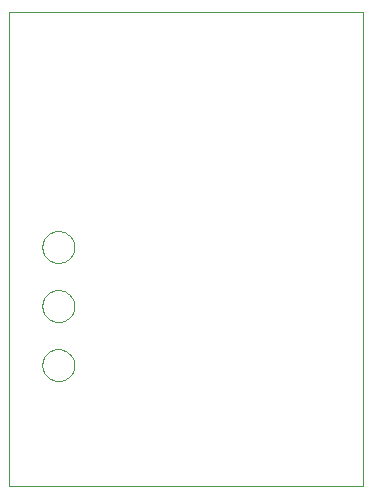
<source format=gbr>
G75*
G70*
%OFA0B0*%
%FSLAX24Y24*%
%IPPOS*%
%LPD*%
%AMOC8*
5,1,8,0,0,1.08239X$1,22.5*
%
%ADD10C,0.0000*%
D10*
X000510Y000510D02*
X000510Y016310D01*
X012310Y016310D01*
X012310Y000510D01*
X000510Y000510D01*
X001629Y004544D02*
X001631Y004590D01*
X001637Y004635D01*
X001647Y004680D01*
X001660Y004723D01*
X001677Y004766D01*
X001698Y004806D01*
X001722Y004845D01*
X001750Y004881D01*
X001781Y004915D01*
X001814Y004947D01*
X001850Y004975D01*
X001888Y005000D01*
X001928Y005022D01*
X001970Y005040D01*
X002013Y005054D01*
X002058Y005065D01*
X002103Y005072D01*
X002149Y005075D01*
X002194Y005074D01*
X002240Y005069D01*
X002285Y005060D01*
X002328Y005048D01*
X002371Y005031D01*
X002412Y005011D01*
X002451Y004988D01*
X002489Y004961D01*
X002523Y004931D01*
X002555Y004899D01*
X002584Y004863D01*
X002610Y004826D01*
X002633Y004786D01*
X002652Y004745D01*
X002667Y004702D01*
X002679Y004657D01*
X002687Y004612D01*
X002691Y004567D01*
X002691Y004521D01*
X002687Y004476D01*
X002679Y004431D01*
X002667Y004386D01*
X002652Y004343D01*
X002633Y004302D01*
X002610Y004262D01*
X002584Y004225D01*
X002555Y004189D01*
X002523Y004157D01*
X002489Y004127D01*
X002451Y004100D01*
X002412Y004077D01*
X002371Y004057D01*
X002328Y004040D01*
X002285Y004028D01*
X002240Y004019D01*
X002194Y004014D01*
X002149Y004013D01*
X002103Y004016D01*
X002058Y004023D01*
X002013Y004034D01*
X001970Y004048D01*
X001928Y004066D01*
X001888Y004088D01*
X001850Y004113D01*
X001814Y004141D01*
X001781Y004173D01*
X001750Y004207D01*
X001722Y004243D01*
X001698Y004282D01*
X001677Y004322D01*
X001660Y004365D01*
X001647Y004408D01*
X001637Y004453D01*
X001631Y004498D01*
X001629Y004544D01*
X001629Y006512D02*
X001631Y006558D01*
X001637Y006603D01*
X001647Y006648D01*
X001660Y006691D01*
X001677Y006734D01*
X001698Y006774D01*
X001722Y006813D01*
X001750Y006849D01*
X001781Y006883D01*
X001814Y006915D01*
X001850Y006943D01*
X001888Y006968D01*
X001928Y006990D01*
X001970Y007008D01*
X002013Y007022D01*
X002058Y007033D01*
X002103Y007040D01*
X002149Y007043D01*
X002194Y007042D01*
X002240Y007037D01*
X002285Y007028D01*
X002328Y007016D01*
X002371Y006999D01*
X002412Y006979D01*
X002451Y006956D01*
X002489Y006929D01*
X002523Y006899D01*
X002555Y006867D01*
X002584Y006831D01*
X002610Y006794D01*
X002633Y006754D01*
X002652Y006713D01*
X002667Y006670D01*
X002679Y006625D01*
X002687Y006580D01*
X002691Y006535D01*
X002691Y006489D01*
X002687Y006444D01*
X002679Y006399D01*
X002667Y006354D01*
X002652Y006311D01*
X002633Y006270D01*
X002610Y006230D01*
X002584Y006193D01*
X002555Y006157D01*
X002523Y006125D01*
X002489Y006095D01*
X002451Y006068D01*
X002412Y006045D01*
X002371Y006025D01*
X002328Y006008D01*
X002285Y005996D01*
X002240Y005987D01*
X002194Y005982D01*
X002149Y005981D01*
X002103Y005984D01*
X002058Y005991D01*
X002013Y006002D01*
X001970Y006016D01*
X001928Y006034D01*
X001888Y006056D01*
X001850Y006081D01*
X001814Y006109D01*
X001781Y006141D01*
X001750Y006175D01*
X001722Y006211D01*
X001698Y006250D01*
X001677Y006290D01*
X001660Y006333D01*
X001647Y006376D01*
X001637Y006421D01*
X001631Y006466D01*
X001629Y006512D01*
X001629Y008481D02*
X001631Y008527D01*
X001637Y008572D01*
X001647Y008617D01*
X001660Y008660D01*
X001677Y008703D01*
X001698Y008743D01*
X001722Y008782D01*
X001750Y008818D01*
X001781Y008852D01*
X001814Y008884D01*
X001850Y008912D01*
X001888Y008937D01*
X001928Y008959D01*
X001970Y008977D01*
X002013Y008991D01*
X002058Y009002D01*
X002103Y009009D01*
X002149Y009012D01*
X002194Y009011D01*
X002240Y009006D01*
X002285Y008997D01*
X002328Y008985D01*
X002371Y008968D01*
X002412Y008948D01*
X002451Y008925D01*
X002489Y008898D01*
X002523Y008868D01*
X002555Y008836D01*
X002584Y008800D01*
X002610Y008763D01*
X002633Y008723D01*
X002652Y008682D01*
X002667Y008639D01*
X002679Y008594D01*
X002687Y008549D01*
X002691Y008504D01*
X002691Y008458D01*
X002687Y008413D01*
X002679Y008368D01*
X002667Y008323D01*
X002652Y008280D01*
X002633Y008239D01*
X002610Y008199D01*
X002584Y008162D01*
X002555Y008126D01*
X002523Y008094D01*
X002489Y008064D01*
X002451Y008037D01*
X002412Y008014D01*
X002371Y007994D01*
X002328Y007977D01*
X002285Y007965D01*
X002240Y007956D01*
X002194Y007951D01*
X002149Y007950D01*
X002103Y007953D01*
X002058Y007960D01*
X002013Y007971D01*
X001970Y007985D01*
X001928Y008003D01*
X001888Y008025D01*
X001850Y008050D01*
X001814Y008078D01*
X001781Y008110D01*
X001750Y008144D01*
X001722Y008180D01*
X001698Y008219D01*
X001677Y008259D01*
X001660Y008302D01*
X001647Y008345D01*
X001637Y008390D01*
X001631Y008435D01*
X001629Y008481D01*
M02*

</source>
